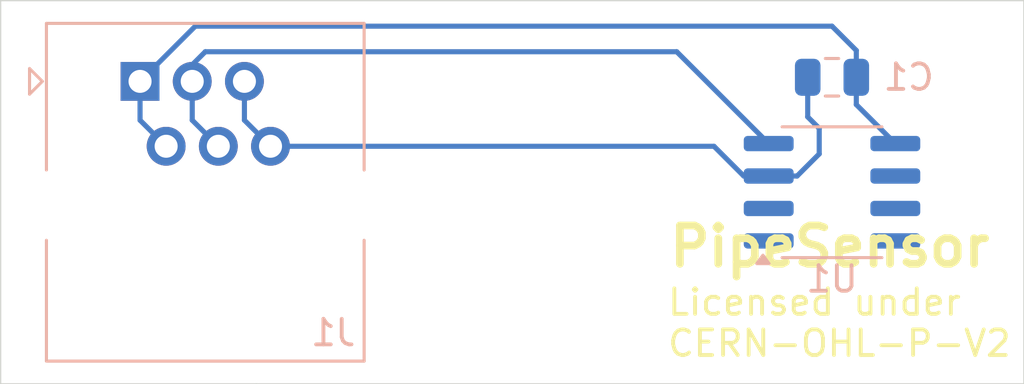
<source format=kicad_pcb>
(kicad_pcb (version 20240108) (generator "pcbnew") (generator_version "8.0")
  (title_block (title "NFH PipeSensors PCB") (date "2024-04-17") (company "Research Group Energy Transition. Windesheim University of Applied Sciences") (comment 1 "Author: Bram Busch, Daan Tellegen") (comment 2 "Reviewed:"))
  (layers (0 "F.Cu" signal) (31 "B.Cu" signal) (34 "B.Paste" user) (35 "F.Paste" user) (36 "B.SilkS" user "B.Silkscreen") (37 "F.SilkS" user "F.Silkscreen") (38 "B.Mask" user) (39 "F.Mask" user) (44 "Edge.Cuts" user))
  (net 0 "")
  (net 1 "/VCC-U1")
  (net 2 "/GND-U1")
  (net 3 "Net-(U1-DQ)")
  (footprint "Capacitor_SMD:C_0805_2012Metric" (layer "B.Cu") (at 117.5 43)
    (property "Reference" "C1" (at 3 0 0) (layer "B.SilkS") (effects (justify mirror)))
    (property "Value" "100nF" (hide yes))
    (fp_line (start 0.261252 -0.735) (end -0.261252 -0.735) (stroke (width 0.12)) (layer "B.SilkS"))
    (fp_line (start 0.261252 0.735) (end -0.261252 0.735) (stroke (width 0.12)) (layer "B.SilkS"))
    (pad "1" smd roundrect (at -0.95 0) (size 1 1.45) (layers "B.Cu" "B.Paste" "B.Mask") (net 1 "/VCC-U1"))
    (pad "2" smd roundrect (at 0.95 0) (size 1 1.45) (layers "B.Cu" "B.Paste" "B.Mask") (net 2 "/GND-U1"))
  )
  (footprint "Package_SO:SOIC-8_3.9x4.9mm_P1.27mm" (layer "B.Cu") (at 117.5 47.5)
    (property "Reference" "U1" (at 0 3.4 0) (layer "B.SilkS") (effects (justify mirror)))
    (property "Value" "DS18B20Z")
    (fp_line (start -1.95 -2.56) (end 0 -2.56) (stroke (width 0.12)) (layer "B.SilkS"))
    (fp_line (start -1.95 2.56) (end 0 2.56) (stroke (width 0.12)) (layer "B.SilkS"))
    (fp_line (start 1.95 -2.56) (end 0 -2.56) (stroke (width 0.12)) (layer "B.SilkS"))
    (fp_line (start 1.95 2.56) (end 0 2.56) (stroke (width 0.12)) (layer "B.SilkS"))
    (fp_poly (pts (xy -2.7 2.465) (xy -2.94 2.795) (xy -2.46 2.795) (xy -2.7 2.465)) (stroke (width 0.12)) (fill solid) (layer "B.SilkS"))
    (pad "1" smd roundrect (at -2.475 1.905) (size 1.95 0.6) (layers "B.Cu" "B.Paste" "B.Mask"))
    (pad "2" smd roundrect (at -2.475 0.635) (size 1.95 0.6) (layers "B.Cu" "B.Paste" "B.Mask"))
    (pad "3" smd roundrect (at -2.475 -0.635) (size 1.95 0.6) (layers "B.Cu" "B.Paste" "B.Mask") (net 1 "/VCC-U1"))
    (pad "4" smd roundrect (at -2.475 -1.905) (size 1.95 0.6) (layers "B.Cu" "B.Paste" "B.Mask") (net 3 "Net-(U1-DQ)"))
    (pad "5" smd roundrect (at 2.475 -1.905) (size 1.95 0.6) (layers "B.Cu" "B.Paste" "B.Mask") (net 2 "/GND-U1"))
    (pad "6" smd roundrect (at 2.475 -0.635) (size 1.95 0.6) (layers "B.Cu" "B.Paste" "B.Mask"))
    (pad "7" smd roundrect (at 2.475 0.635) (size 1.95 0.6) (layers "B.Cu" "B.Paste" "B.Mask"))
    (pad "8" smd roundrect (at 2.475 1.905) (size 1.95 0.6) (layers "B.Cu" "B.Paste" "B.Mask"))
  )
  (footprint "Connector_RJ:RJ25_Wayconn_MJEA-660X1_Horizontal" (layer "B.Cu") (at 90.45 43.16 180)
    (property "Reference" "J1" (at -7.55 -9.84 180) (layer "B.SilkS") (effects (justify mirror)))
    (property "Value" "RJ12")
    (fp_line (start 4.32 -0.5) (end 4.32 0.5) (stroke (width 0.12)) (layer "B.SilkS"))
    (fp_line (start 4.32 -0.5) (end 3.82 0) (stroke (width 0.12)) (layer "B.SilkS"))
    (fp_line (start 3.82 0) (end 4.32 0.5) (stroke (width 0.12)) (layer "B.SilkS"))
    (fp_line (start 3.66 2.27) (end -8.76 2.27) (stroke (width 0.12)) (layer "B.SilkS"))
    (fp_line (start 3.66 -3.47) (end 3.66 2.27) (stroke (width 0.12)) (layer "B.SilkS"))
    (fp_line (start 3.66 -10.95) (end 3.66 -6.22) (stroke (width 0.12)) (layer "B.SilkS"))
    (fp_line (start 3.66 -10.95) (end -8.76 -10.95) (stroke (width 0.12)) (layer "B.SilkS"))
    (fp_line (start -8.76 -3.47) (end -8.76 2.27) (stroke (width 0.12)) (layer "B.SilkS"))
    (fp_line (start -8.76 -10.95) (end -8.76 -6.22) (stroke (width 0.12)) (layer "B.SilkS"))
    (pad "" np_thru_hole circle (at -8.55 -4.84 180) (size 2.3 2.3) (drill 2.3) (layers "*.Cu" "*.Mask"))
    (pad "" np_thru_hole circle (at 3.45 -4.84 180) (size 2.3 2.3) (drill 2.3) (layers "*.Cu" "*.Mask"))
    (pad "1" thru_hole rect (at 0 0 180) (size 1.52 1.52) (drill 0.9) (layers "*.Cu" "*.Mask") (net 2 "/GND-U1"))
    (pad "2" thru_hole circle (at -1.02 -2.54 180) (size 1.52 1.52) (drill 0.9) (layers "*.Cu" "*.Mask") (net 2 "/GND-U1"))
    (pad "3" thru_hole circle (at -2.04 0 180) (size 1.52 1.52) (drill 0.9) (layers "*.Cu" "*.Mask") (net 3 "Net-(U1-DQ)"))
    (pad "4" thru_hole circle (at -3.06 -2.54 180) (size 1.52 1.52) (drill 0.9) (layers "*.Cu" "*.Mask") (net 3 "Net-(U1-DQ)"))
    (pad "5" thru_hole circle (at -4.08 0 180) (size 1.52 1.52) (drill 0.9) (layers "*.Cu" "*.Mask") (net 1 "/VCC-U1"))
    (pad "6" thru_hole circle (at -5.1 -2.54 180) (size 1.52 1.52) (drill 0.9) (layers "*.Cu" "*.Mask") (net 1 "/VCC-U1"))
  )
  (gr_line (start 125 40) (end 125 55) (stroke (width 0.05)) (layer "Edge.Cuts"))
  (gr_line (start 85 40) (end 85 55) (stroke (width 0.05)) (layer "Edge.Cuts"))
  (gr_line (start 85 55) (end 95 55) (stroke (width 0.05)) (layer "Edge.Cuts"))
  (gr_line (start 95 40) (end 85 40) (stroke (width 0.05)) (layer "Edge.Cuts"))
  (gr_line (start 95 40) (end 125 40) (stroke (width 0.05)) (layer "Edge.Cuts"))
  (gr_line (start 125 55) (end 95 55) (stroke (width 0.05)) (layer "Edge.Cuts"))
  (gr_text "Licensed under\nCERN-OHL-P-V2" (at 111 54 0) (layer "F.SilkS") (effects (font (size 1 1)) (justify left bottom)))
  (gr_text "PipeSensor\n" (at 111 50.5 0) (layer "F.SilkS") (effects (font (size 1.5 1.5) (thickness 0.3) (bold yes)) (justify left bottom)))
  (segment (start 116.55 44.55) (end 116.55 43) (width 0.2) (layer "B.Cu") (net 1))
  (segment (start 115.025 46.865) (end 116.135 46.865) (width 0.2) (layer "B.Cu") (net 1))
  (segment (start 112.885001 45.7) (end 95.55 45.7) (width 0.2) (layer "B.Cu") (net 1))
  (segment (start 114.050001 46.865) (end 112.885001 45.7) (width 0.2) (layer "B.Cu") (net 1))
  (segment (start 94.53 43.16) (end 94.53 44.68) (width 0.2) (layer "B.Cu") (net 1))
  (segment (start 116.135 46.865) (end 117 46) (width 0.2) (layer "B.Cu") (net 1))
  (segment (start 115.025 46.865) (end 114.050001 46.865) (width 0.2) (layer "B.Cu") (net 1))
  (segment (start 117 46) (end 117 45) (width 0.2) (layer "B.Cu") (net 1))
  (segment (start 117 45) (end 116.55 44.55) (width 0.2) (layer "B.Cu") (net 1))
  (segment (start 94.53 44.68) (end 95.55 45.7) (width 0.2) (layer "B.Cu") (net 1))
  (segment (start 118.45 43) (end 118.45 44.07) (width 0.2) (layer "B.Cu") (net 2))
  (segment (start 118.45 44.07) (end 119.975 45.595) (width 0.2) (layer "B.Cu") (net 2))
  (segment (start 90.45 44.68) (end 91.47 45.7) (width 0.2) (layer "B.Cu") (net 2))
  (segment (start 118.45 43) (end 118.45 41.95) (width 0.2) (layer "B.Cu") (net 2))
  (segment (start 92.61 41) (end 90.45 43.16) (width 0.2) (layer "B.Cu") (net 2))
  (segment (start 117.5 41) (end 92.61 41) (width 0.2) (layer "B.Cu") (net 2))
  (segment (start 118.45 41.95) (end 117.5 41) (width 0.2) (layer "B.Cu") (net 2))
  (segment (start 90.45 43.16) (end 90.45 44.68) (width 0.2) (layer "B.Cu") (net 2))
  (segment (start 92.49 42.51) (end 93 42) (width 0.2) (layer "B.Cu") (net 3))
  (segment (start 92.49 44.68) (end 93.51 45.7) (width 0.2) (layer "B.Cu") (net 3))
  (segment (start 92.49 43.16) (end 92.49 44.68) (width 0.2) (layer "B.Cu") (net 3))
  (segment (start 92.49 43.16) (end 92.49 42.51) (width 0.2) (layer "B.Cu") (net 3))
  (segment (start 93 42) (end 111.43 42) (width 0.2) (layer "B.Cu") (net 3))
  (segment (start 111.43 42) (end 115.025 45.595) (width 0.2) (layer "B.Cu") (net 3))
)
</source>
